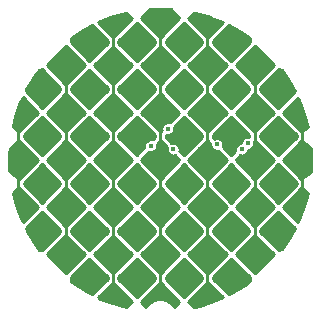
<source format=gbr>
G04 #@! TF.GenerationSoftware,KiCad,Pcbnew,(5.1.6)-1*
G04 #@! TF.CreationDate,2020-08-31T21:17:31+02:00*
G04 #@! TF.ProjectId,Freude_Touchpad,46726575-6465-45f5-946f-756368706164,rev?*
G04 #@! TF.SameCoordinates,Original*
G04 #@! TF.FileFunction,Copper,L4,Bot*
G04 #@! TF.FilePolarity,Positive*
%FSLAX46Y46*%
G04 Gerber Fmt 4.6, Leading zero omitted, Abs format (unit mm)*
G04 Created by KiCad (PCBNEW (5.1.6)-1) date 2020-08-31 21:17:31*
%MOMM*%
%LPD*%
G01*
G04 APERTURE LIST*
G04 #@! TA.AperFunction,ViaPad*
%ADD10C,0.450000*%
G04 #@! TD*
G04 #@! TA.AperFunction,ViaPad*
%ADD11C,0.400000*%
G04 #@! TD*
G04 #@! TA.AperFunction,Conductor*
%ADD12C,0.250000*%
G04 #@! TD*
G04 #@! TA.AperFunction,Conductor*
%ADD13C,0.254000*%
G04 #@! TD*
G04 APERTURE END LIST*
D10*
X95250000Y-90000000D03*
X96750000Y-90000000D03*
X99250000Y-90000000D03*
X100750000Y-90000000D03*
X103250000Y-90000000D03*
X104750000Y-90000000D03*
X108750000Y-94000000D03*
X107250000Y-94000000D03*
X104750000Y-94000000D03*
X103250000Y-94000000D03*
X100750000Y-94000000D03*
D11*
X99250000Y-94000000D03*
D10*
X96750000Y-94000000D03*
X95250000Y-94000000D03*
X92750000Y-94000000D03*
D11*
X91250000Y-94000000D03*
D10*
X91250000Y-98000000D03*
X92750000Y-98000000D03*
X95125000Y-98000000D03*
X96850000Y-98000000D03*
D11*
X99250000Y-98000000D03*
D10*
X100750000Y-98000000D03*
X103250000Y-98000000D03*
X104750000Y-98000000D03*
X107250000Y-98000000D03*
X108750000Y-98000000D03*
X108750000Y-102000000D03*
X107250000Y-102000000D03*
X104750000Y-102000000D03*
X103250000Y-102000000D03*
X100750000Y-102000000D03*
X99250000Y-102000000D03*
X96850000Y-102000000D03*
X95125000Y-102000000D03*
X92750000Y-102000000D03*
X91250000Y-102000000D03*
X104804948Y-98700000D03*
X91250000Y-106000000D03*
X92750000Y-106000000D03*
X95250000Y-106000000D03*
X96750000Y-106000000D03*
X99250000Y-106000000D03*
X100750000Y-106000000D03*
X103250000Y-106000000D03*
X104750000Y-106000000D03*
X107250000Y-106000000D03*
X108750000Y-106000000D03*
X107400000Y-98600000D03*
X104750000Y-110000000D03*
X103250000Y-110000000D03*
X100750000Y-110000000D03*
X99250000Y-110000000D03*
X96750000Y-110000000D03*
X95250000Y-110000000D03*
X106900000Y-99100000D03*
X89400000Y-96000000D03*
X93374996Y-96000000D03*
X97349988Y-96000012D03*
X101400000Y-96000000D03*
X100649397Y-97350603D03*
X103400000Y-99100000D03*
X99200000Y-98800000D03*
X106810466Y-99981708D03*
X110700000Y-100000000D03*
X101100000Y-99100000D03*
D12*
X88000000Y-96925000D02*
X88000000Y-99425000D01*
X88000000Y-102875000D02*
X88000000Y-100850000D01*
X92000000Y-100775000D02*
X92000000Y-103175000D01*
X92000000Y-104775000D02*
X92000000Y-107175000D01*
X92000000Y-92775000D02*
X92000000Y-95175000D01*
X92000000Y-96775000D02*
X92000000Y-99175000D01*
X96000000Y-88775000D02*
X96000000Y-91175000D01*
X96000000Y-92775000D02*
X96000000Y-95175000D01*
X96000000Y-96775000D02*
X96000000Y-99175000D01*
X96000000Y-100775000D02*
X96000000Y-103175000D01*
X96000000Y-104775000D02*
X96000000Y-107175000D01*
X96000000Y-108775000D02*
X96000000Y-111175000D01*
X100000000Y-108775000D02*
X100000000Y-111175000D01*
X100000000Y-104775000D02*
X100000000Y-107175000D01*
X100000000Y-100775000D02*
X100000000Y-103175000D01*
X100000000Y-96775000D02*
X100000000Y-99175000D01*
X100000000Y-92775000D02*
X100000000Y-95175000D01*
X100000000Y-88775000D02*
X100000000Y-91175000D01*
X104000000Y-88775000D02*
X104000000Y-91175000D01*
X104000000Y-92775000D02*
X104000000Y-95175000D01*
X104000000Y-96775000D02*
X104000000Y-99175000D01*
X104000000Y-100775000D02*
X104000000Y-103175000D01*
X104000000Y-104775000D02*
X104000000Y-107175000D01*
X104000000Y-108775000D02*
X104000000Y-111175000D01*
X108000000Y-104775000D02*
X108000000Y-107175000D01*
X108000000Y-100775000D02*
X108000000Y-103175000D01*
X108000000Y-96775000D02*
X108000000Y-99175000D01*
X108000000Y-92775000D02*
X108000000Y-95175000D01*
X112000000Y-96775000D02*
X112000000Y-99175000D01*
X112000000Y-100775000D02*
X112000000Y-103175000D01*
D13*
G36*
X88000440Y-102349776D02*
G01*
X88007667Y-102373601D01*
X88019403Y-102395557D01*
X88035197Y-102414803D01*
X89620394Y-104000000D01*
X88350742Y-105269652D01*
X88267228Y-105096597D01*
X88130107Y-104772493D01*
X87714126Y-103595274D01*
X87522102Y-102774076D01*
X87954908Y-102423710D01*
X87972630Y-102406224D01*
X87986600Y-102385617D01*
X87996282Y-102362680D01*
X87999954Y-102344842D01*
X88000440Y-102349776D01*
G37*
X88000440Y-102349776D02*
X88007667Y-102373601D01*
X88019403Y-102395557D01*
X88035197Y-102414803D01*
X89620394Y-104000000D01*
X88350742Y-105269652D01*
X88267228Y-105096597D01*
X88130107Y-104772493D01*
X87714126Y-103595274D01*
X87522102Y-102774076D01*
X87954908Y-102423710D01*
X87972630Y-102406224D01*
X87986600Y-102385617D01*
X87996282Y-102362680D01*
X87999954Y-102344842D01*
X88000440Y-102349776D01*
G36*
X88000440Y-98349776D02*
G01*
X88007667Y-98373601D01*
X88019403Y-98395557D01*
X88035197Y-98414803D01*
X89620394Y-100000000D01*
X88035197Y-101585197D01*
X88019403Y-101604443D01*
X88007667Y-101626399D01*
X88000440Y-101650224D01*
X88000000Y-101654692D01*
X87999560Y-101650224D01*
X87992333Y-101626399D01*
X87980597Y-101604443D01*
X87964803Y-101585197D01*
X87952746Y-101574578D01*
X87250023Y-101030534D01*
X87225725Y-100828603D01*
X87211944Y-99421816D01*
X87258026Y-98963270D01*
X87952746Y-98425422D01*
X87970843Y-98408325D01*
X87985258Y-98388026D01*
X87995435Y-98365304D01*
X88000002Y-98345329D01*
X88000440Y-98349776D01*
G37*
X88000440Y-98349776D02*
X88007667Y-98373601D01*
X88019403Y-98395557D01*
X88035197Y-98414803D01*
X89620394Y-100000000D01*
X88035197Y-101585197D01*
X88019403Y-101604443D01*
X88007667Y-101626399D01*
X88000440Y-101650224D01*
X88000000Y-101654692D01*
X87999560Y-101650224D01*
X87992333Y-101626399D01*
X87980597Y-101604443D01*
X87964803Y-101585197D01*
X87952746Y-101574578D01*
X87250023Y-101030534D01*
X87225725Y-100828603D01*
X87211944Y-99421816D01*
X87258026Y-98963270D01*
X87952746Y-98425422D01*
X87970843Y-98408325D01*
X87985258Y-98388026D01*
X87995435Y-98365304D01*
X88000002Y-98345329D01*
X88000440Y-98349776D01*
G36*
X88434789Y-94789395D02*
G01*
X89621262Y-95999132D01*
X88035197Y-97585197D01*
X88019403Y-97604443D01*
X88007667Y-97626399D01*
X88000440Y-97650224D01*
X88000000Y-97654692D01*
X87999560Y-97650224D01*
X87992333Y-97626399D01*
X87980597Y-97604443D01*
X87964803Y-97585197D01*
X87954908Y-97576290D01*
X87522353Y-97226126D01*
X87638262Y-96682622D01*
X87659668Y-96605026D01*
X88088689Y-95310718D01*
X88361439Y-94716045D01*
X88434789Y-94789395D01*
G37*
X88434789Y-94789395D02*
X89621262Y-95999132D01*
X88035197Y-97585197D01*
X88019403Y-97604443D01*
X88007667Y-97626399D01*
X88000440Y-97650224D01*
X88000000Y-97654692D01*
X87999560Y-97650224D01*
X87992333Y-97626399D01*
X87980597Y-97604443D01*
X87964803Y-97585197D01*
X87954908Y-97576290D01*
X87522353Y-97226126D01*
X87638262Y-96682622D01*
X87659668Y-96605026D01*
X88088689Y-95310718D01*
X88361439Y-94716045D01*
X88434789Y-94789395D01*
G36*
X112000440Y-102349776D02*
G01*
X112007667Y-102373601D01*
X112019403Y-102395557D01*
X112035197Y-102414803D01*
X112045092Y-102423710D01*
X112485311Y-102780077D01*
X112182249Y-103932110D01*
X111677192Y-105245176D01*
X111650811Y-105296205D01*
X111565211Y-105210605D01*
X110378738Y-104000868D01*
X111964803Y-102414803D01*
X111980597Y-102395557D01*
X111992333Y-102373601D01*
X111999560Y-102349776D01*
X112000000Y-102345308D01*
X112000440Y-102349776D01*
G37*
X112000440Y-102349776D02*
X112007667Y-102373601D01*
X112019403Y-102395557D01*
X112035197Y-102414803D01*
X112045092Y-102423710D01*
X112485311Y-102780077D01*
X112182249Y-103932110D01*
X111677192Y-105245176D01*
X111650811Y-105296205D01*
X111565211Y-105210605D01*
X110378738Y-104000868D01*
X111964803Y-102414803D01*
X111980597Y-102395557D01*
X111992333Y-102373601D01*
X111999560Y-102349776D01*
X112000000Y-102345308D01*
X112000440Y-102349776D01*
G36*
X112000440Y-98349776D02*
G01*
X112007667Y-98373601D01*
X112019403Y-98395557D01*
X112035197Y-98414803D01*
X112047254Y-98425422D01*
X112740026Y-98961762D01*
X112799126Y-99774067D01*
X112752270Y-101028760D01*
X112047254Y-101574578D01*
X112029157Y-101591675D01*
X112014742Y-101611974D01*
X112004565Y-101634696D01*
X111999998Y-101654671D01*
X111999560Y-101650224D01*
X111992333Y-101626399D01*
X111980597Y-101604443D01*
X111964803Y-101585197D01*
X110379606Y-100000000D01*
X111964803Y-98414803D01*
X111980597Y-98395557D01*
X111992333Y-98373601D01*
X111999560Y-98349776D01*
X112000000Y-98345308D01*
X112000440Y-98349776D01*
G37*
X112000440Y-98349776D02*
X112007667Y-98373601D01*
X112019403Y-98395557D01*
X112035197Y-98414803D01*
X112047254Y-98425422D01*
X112740026Y-98961762D01*
X112799126Y-99774067D01*
X112752270Y-101028760D01*
X112047254Y-101574578D01*
X112029157Y-101591675D01*
X112014742Y-101611974D01*
X112004565Y-101634696D01*
X111999998Y-101654671D01*
X111999560Y-101650224D01*
X111992333Y-101626399D01*
X111980597Y-101604443D01*
X111964803Y-101585197D01*
X110379606Y-100000000D01*
X111964803Y-98414803D01*
X111980597Y-98395557D01*
X111992333Y-98373601D01*
X111999560Y-98349776D01*
X112000000Y-98345308D01*
X112000440Y-98349776D01*
G36*
X112035882Y-95640389D02*
G01*
X112441597Y-96987466D01*
X112484621Y-97220481D01*
X112045092Y-97576290D01*
X112027370Y-97593776D01*
X112013400Y-97614383D01*
X112003718Y-97637320D01*
X112000046Y-97655158D01*
X111999560Y-97650224D01*
X111992333Y-97626399D01*
X111980597Y-97604443D01*
X111964803Y-97585197D01*
X110379606Y-96000000D01*
X111648687Y-94730919D01*
X112035882Y-95640389D01*
G37*
X112035882Y-95640389D02*
X112441597Y-96987466D01*
X112484621Y-97220481D01*
X112045092Y-97576290D01*
X112027370Y-97593776D01*
X112013400Y-97614383D01*
X112003718Y-97637320D01*
X112000046Y-97655158D01*
X111999560Y-97650224D01*
X111992333Y-97626399D01*
X111980597Y-97604443D01*
X111964803Y-97585197D01*
X110379606Y-96000000D01*
X111648687Y-94730919D01*
X112035882Y-95640389D01*
G36*
X95548000Y-93927606D02*
G01*
X95548001Y-94072393D01*
X94000000Y-95620394D01*
X92452000Y-94072394D01*
X92452000Y-93927606D01*
X94000000Y-92379606D01*
X95548000Y-93927606D01*
G37*
X95548000Y-93927606D02*
X95548001Y-94072393D01*
X94000000Y-95620394D01*
X92452000Y-94072394D01*
X92452000Y-93927606D01*
X94000000Y-92379606D01*
X95548000Y-93927606D01*
G36*
X91548000Y-97927606D02*
G01*
X91548001Y-98072393D01*
X90000000Y-99620394D01*
X88452000Y-98072394D01*
X88452000Y-97927606D01*
X90000000Y-96379606D01*
X91548000Y-97927606D01*
G37*
X91548000Y-97927606D02*
X91548001Y-98072393D01*
X90000000Y-99620394D01*
X88452000Y-98072394D01*
X88452000Y-97927606D01*
X90000000Y-96379606D01*
X91548000Y-97927606D01*
G36*
X95548000Y-97927606D02*
G01*
X95548001Y-98072393D01*
X94000000Y-99620394D01*
X92452000Y-98072394D01*
X92452000Y-97927606D01*
X94000000Y-96379606D01*
X95548000Y-97927606D01*
G37*
X95548000Y-97927606D02*
X95548001Y-98072393D01*
X94000000Y-99620394D01*
X92452000Y-98072394D01*
X92452000Y-97927606D01*
X94000000Y-96379606D01*
X95548000Y-97927606D01*
G36*
X99548001Y-97927607D02*
G01*
X99548001Y-98072393D01*
X99352812Y-98267582D01*
X99254367Y-98248000D01*
X99145633Y-98248000D01*
X99038988Y-98269213D01*
X98938530Y-98310824D01*
X98848120Y-98371234D01*
X98771234Y-98448120D01*
X98710824Y-98538530D01*
X98669213Y-98638988D01*
X98648000Y-98745633D01*
X98648000Y-98854367D01*
X98667582Y-98952812D01*
X98000000Y-99620394D01*
X96452000Y-98072394D01*
X96452000Y-97927606D01*
X98000000Y-96379606D01*
X99548001Y-97927607D01*
G37*
X99548001Y-97927607D02*
X99548001Y-98072393D01*
X99352812Y-98267582D01*
X99254367Y-98248000D01*
X99145633Y-98248000D01*
X99038988Y-98269213D01*
X98938530Y-98310824D01*
X98848120Y-98371234D01*
X98771234Y-98448120D01*
X98710824Y-98538530D01*
X98669213Y-98638988D01*
X98648000Y-98745633D01*
X98648000Y-98854367D01*
X98667582Y-98952812D01*
X98000000Y-99620394D01*
X96452000Y-98072394D01*
X96452000Y-97927606D01*
X98000000Y-96379606D01*
X99548001Y-97927607D01*
G36*
X99548000Y-93927606D02*
G01*
X99548001Y-94072393D01*
X98000000Y-95620394D01*
X96452000Y-94072394D01*
X96452000Y-93927606D01*
X98000000Y-92379606D01*
X99548000Y-93927606D01*
G37*
X99548000Y-93927606D02*
X99548001Y-94072393D01*
X98000000Y-95620394D01*
X96452000Y-94072394D01*
X96452000Y-93927606D01*
X98000000Y-92379606D01*
X99548000Y-93927606D01*
G36*
X103548000Y-93927606D02*
G01*
X103548001Y-94072393D01*
X102000000Y-95620394D01*
X100452000Y-94072394D01*
X100452000Y-93927606D01*
X102000000Y-92379606D01*
X103548000Y-93927606D01*
G37*
X103548000Y-93927606D02*
X103548001Y-94072393D01*
X102000000Y-95620394D01*
X100452000Y-94072394D01*
X100452000Y-93927606D01*
X102000000Y-92379606D01*
X103548000Y-93927606D01*
G36*
X103548001Y-97927607D02*
G01*
X103548001Y-98072393D01*
X102000000Y-99620394D01*
X101632418Y-99252812D01*
X101652000Y-99154367D01*
X101652000Y-99045633D01*
X101630787Y-98938988D01*
X101589176Y-98838530D01*
X101528766Y-98748120D01*
X101451880Y-98671234D01*
X101361470Y-98610824D01*
X101261012Y-98569213D01*
X101154367Y-98548000D01*
X101045633Y-98548000D01*
X100947188Y-98567582D01*
X100452000Y-98072394D01*
X100452000Y-97927606D01*
X100496585Y-97883021D01*
X100595030Y-97902603D01*
X100703764Y-97902603D01*
X100810409Y-97881390D01*
X100910867Y-97839779D01*
X101001277Y-97779369D01*
X101078163Y-97702483D01*
X101138573Y-97612073D01*
X101180184Y-97511615D01*
X101201397Y-97404970D01*
X101201397Y-97296236D01*
X101181815Y-97197791D01*
X102000000Y-96379606D01*
X103548001Y-97927607D01*
G37*
X103548001Y-97927607D02*
X103548001Y-98072393D01*
X102000000Y-99620394D01*
X101632418Y-99252812D01*
X101652000Y-99154367D01*
X101652000Y-99045633D01*
X101630787Y-98938988D01*
X101589176Y-98838530D01*
X101528766Y-98748120D01*
X101451880Y-98671234D01*
X101361470Y-98610824D01*
X101261012Y-98569213D01*
X101154367Y-98548000D01*
X101045633Y-98548000D01*
X100947188Y-98567582D01*
X100452000Y-98072394D01*
X100452000Y-97927606D01*
X100496585Y-97883021D01*
X100595030Y-97902603D01*
X100703764Y-97902603D01*
X100810409Y-97881390D01*
X100910867Y-97839779D01*
X101001277Y-97779369D01*
X101078163Y-97702483D01*
X101138573Y-97612073D01*
X101180184Y-97511615D01*
X101201397Y-97404970D01*
X101201397Y-97296236D01*
X101181815Y-97197791D01*
X102000000Y-96379606D01*
X103548001Y-97927607D01*
G36*
X107548001Y-97927607D02*
G01*
X107548001Y-98066625D01*
X107454367Y-98048000D01*
X107345633Y-98048000D01*
X107238988Y-98069213D01*
X107138530Y-98110824D01*
X107048120Y-98171234D01*
X106971234Y-98248120D01*
X106910824Y-98338530D01*
X106869213Y-98438988D01*
X106848000Y-98545633D01*
X106848000Y-98548000D01*
X106845633Y-98548000D01*
X106738988Y-98569213D01*
X106638530Y-98610824D01*
X106548120Y-98671234D01*
X106471234Y-98748120D01*
X106410824Y-98838530D01*
X106369213Y-98938988D01*
X106348000Y-99045633D01*
X106348000Y-99154367D01*
X106367582Y-99252812D01*
X106000000Y-99620394D01*
X105307876Y-98928270D01*
X105335735Y-98861012D01*
X105356948Y-98754367D01*
X105356948Y-98645633D01*
X105335735Y-98538988D01*
X105294124Y-98438530D01*
X105233714Y-98348120D01*
X105156828Y-98271234D01*
X105066418Y-98210824D01*
X104965960Y-98169213D01*
X104859315Y-98148000D01*
X104750581Y-98148000D01*
X104643936Y-98169213D01*
X104576678Y-98197072D01*
X104452000Y-98072394D01*
X104452000Y-97927606D01*
X106000000Y-96379606D01*
X107548001Y-97927607D01*
G37*
X107548001Y-97927607D02*
X107548001Y-98066625D01*
X107454367Y-98048000D01*
X107345633Y-98048000D01*
X107238988Y-98069213D01*
X107138530Y-98110824D01*
X107048120Y-98171234D01*
X106971234Y-98248120D01*
X106910824Y-98338530D01*
X106869213Y-98438988D01*
X106848000Y-98545633D01*
X106848000Y-98548000D01*
X106845633Y-98548000D01*
X106738988Y-98569213D01*
X106638530Y-98610824D01*
X106548120Y-98671234D01*
X106471234Y-98748120D01*
X106410824Y-98838530D01*
X106369213Y-98938988D01*
X106348000Y-99045633D01*
X106348000Y-99154367D01*
X106367582Y-99252812D01*
X106000000Y-99620394D01*
X105307876Y-98928270D01*
X105335735Y-98861012D01*
X105356948Y-98754367D01*
X105356948Y-98645633D01*
X105335735Y-98538988D01*
X105294124Y-98438530D01*
X105233714Y-98348120D01*
X105156828Y-98271234D01*
X105066418Y-98210824D01*
X104965960Y-98169213D01*
X104859315Y-98148000D01*
X104750581Y-98148000D01*
X104643936Y-98169213D01*
X104576678Y-98197072D01*
X104452000Y-98072394D01*
X104452000Y-97927606D01*
X106000000Y-96379606D01*
X107548001Y-97927607D01*
G36*
X107548000Y-93927606D02*
G01*
X107548001Y-94072393D01*
X106000000Y-95620394D01*
X104452000Y-94072394D01*
X104452000Y-93927606D01*
X106000000Y-92379606D01*
X107548000Y-93927606D01*
G37*
X107548000Y-93927606D02*
X107548001Y-94072393D01*
X106000000Y-95620394D01*
X104452000Y-94072394D01*
X104452000Y-93927606D01*
X106000000Y-92379606D01*
X107548000Y-93927606D01*
G36*
X111548000Y-97927606D02*
G01*
X111548001Y-98072393D01*
X110000000Y-99620394D01*
X108452000Y-98072394D01*
X108452000Y-97927606D01*
X110000000Y-96379606D01*
X111548000Y-97927606D01*
G37*
X111548000Y-97927606D02*
X111548001Y-98072393D01*
X110000000Y-99620394D01*
X108452000Y-98072394D01*
X108452000Y-97927606D01*
X110000000Y-96379606D01*
X111548000Y-97927606D01*
G36*
X99548000Y-89927606D02*
G01*
X99548001Y-90072393D01*
X98000000Y-91620394D01*
X96452000Y-90072394D01*
X96452000Y-89927606D01*
X98000000Y-88379606D01*
X99548000Y-89927606D01*
G37*
X99548000Y-89927606D02*
X99548001Y-90072393D01*
X98000000Y-91620394D01*
X96452000Y-90072394D01*
X96452000Y-89927606D01*
X98000000Y-88379606D01*
X99548000Y-89927606D01*
G36*
X103548000Y-89927606D02*
G01*
X103548001Y-90072393D01*
X102000000Y-91620394D01*
X100452000Y-90072394D01*
X100452000Y-89927606D01*
X102000000Y-88379606D01*
X103548000Y-89927606D01*
G37*
X103548000Y-89927606D02*
X103548001Y-90072393D01*
X102000000Y-91620394D01*
X100452000Y-90072394D01*
X100452000Y-89927606D01*
X102000000Y-88379606D01*
X103548000Y-89927606D01*
G36*
X91548000Y-101927606D02*
G01*
X91548001Y-102072393D01*
X90000000Y-103620394D01*
X88452000Y-102072394D01*
X88452000Y-101927606D01*
X90000000Y-100379606D01*
X91548000Y-101927606D01*
G37*
X91548000Y-101927606D02*
X91548001Y-102072393D01*
X90000000Y-103620394D01*
X88452000Y-102072394D01*
X88452000Y-101927606D01*
X90000000Y-100379606D01*
X91548000Y-101927606D01*
G36*
X95548000Y-101927606D02*
G01*
X95548001Y-102072393D01*
X94000000Y-103620394D01*
X92452000Y-102072394D01*
X92452000Y-101927606D01*
X94000000Y-100379606D01*
X95548000Y-101927606D01*
G37*
X95548000Y-101927606D02*
X95548001Y-102072393D01*
X94000000Y-103620394D01*
X92452000Y-102072394D01*
X92452000Y-101927606D01*
X94000000Y-100379606D01*
X95548000Y-101927606D01*
G36*
X95548000Y-105927606D02*
G01*
X95548001Y-106072393D01*
X94000000Y-107620394D01*
X92452000Y-106072394D01*
X92452000Y-105927606D01*
X94000000Y-104379606D01*
X95548000Y-105927606D01*
G37*
X95548000Y-105927606D02*
X95548001Y-106072393D01*
X94000000Y-107620394D01*
X92452000Y-106072394D01*
X92452000Y-105927606D01*
X94000000Y-104379606D01*
X95548000Y-105927606D01*
G36*
X99548000Y-105927606D02*
G01*
X99548001Y-106072393D01*
X98000000Y-107620394D01*
X96452000Y-106072394D01*
X96452000Y-105927606D01*
X98000000Y-104379606D01*
X99548000Y-105927606D01*
G37*
X99548000Y-105927606D02*
X99548001Y-106072393D01*
X98000000Y-107620394D01*
X96452000Y-106072394D01*
X96452000Y-105927606D01*
X98000000Y-104379606D01*
X99548000Y-105927606D01*
G36*
X99548000Y-101927606D02*
G01*
X99548001Y-102072393D01*
X98000000Y-103620394D01*
X96452000Y-102072394D01*
X96452000Y-101927606D01*
X98000000Y-100379606D01*
X99548000Y-101927606D01*
G37*
X99548000Y-101927606D02*
X99548001Y-102072393D01*
X98000000Y-103620394D01*
X96452000Y-102072394D01*
X96452000Y-101927606D01*
X98000000Y-100379606D01*
X99548000Y-101927606D01*
G36*
X103548000Y-101927606D02*
G01*
X103548001Y-102072393D01*
X102000000Y-103620394D01*
X100452000Y-102072394D01*
X100452000Y-101927606D01*
X102000000Y-100379606D01*
X103548000Y-101927606D01*
G37*
X103548000Y-101927606D02*
X103548001Y-102072393D01*
X102000000Y-103620394D01*
X100452000Y-102072394D01*
X100452000Y-101927606D01*
X102000000Y-100379606D01*
X103548000Y-101927606D01*
G36*
X103548000Y-105927606D02*
G01*
X103548001Y-106072393D01*
X102000000Y-107620394D01*
X100452000Y-106072394D01*
X100452000Y-105927606D01*
X102000000Y-104379606D01*
X103548000Y-105927606D01*
G37*
X103548000Y-105927606D02*
X103548001Y-106072393D01*
X102000000Y-107620394D01*
X100452000Y-106072394D01*
X100452000Y-105927606D01*
X102000000Y-104379606D01*
X103548000Y-105927606D01*
G36*
X99548000Y-109927606D02*
G01*
X99548001Y-110072393D01*
X98000000Y-111620394D01*
X96452000Y-110072394D01*
X96452000Y-109927606D01*
X98000000Y-108379606D01*
X99548000Y-109927606D01*
G37*
X99548000Y-109927606D02*
X99548001Y-110072393D01*
X98000000Y-111620394D01*
X96452000Y-110072394D01*
X96452000Y-109927606D01*
X98000000Y-108379606D01*
X99548000Y-109927606D01*
G36*
X103548000Y-109927606D02*
G01*
X103548001Y-110072393D01*
X102000000Y-111620394D01*
X100452000Y-110072394D01*
X100452000Y-109927606D01*
X102000000Y-108379606D01*
X103548000Y-109927606D01*
G37*
X103548000Y-109927606D02*
X103548001Y-110072393D01*
X102000000Y-111620394D01*
X100452000Y-110072394D01*
X100452000Y-109927606D01*
X102000000Y-108379606D01*
X103548000Y-109927606D01*
G36*
X107548000Y-105927606D02*
G01*
X107548001Y-106072393D01*
X106000000Y-107620394D01*
X104452000Y-106072394D01*
X104452000Y-105927606D01*
X106000000Y-104379606D01*
X107548000Y-105927606D01*
G37*
X107548000Y-105927606D02*
X107548001Y-106072393D01*
X106000000Y-107620394D01*
X104452000Y-106072394D01*
X104452000Y-105927606D01*
X106000000Y-104379606D01*
X107548000Y-105927606D01*
G36*
X107548000Y-101927606D02*
G01*
X107548001Y-102072393D01*
X106000000Y-103620394D01*
X104452000Y-102072394D01*
X104452000Y-101927606D01*
X106000000Y-100379606D01*
X107548000Y-101927606D01*
G37*
X107548000Y-101927606D02*
X107548001Y-102072393D01*
X106000000Y-103620394D01*
X104452000Y-102072394D01*
X104452000Y-101927606D01*
X106000000Y-100379606D01*
X107548000Y-101927606D01*
G36*
X111548000Y-101927606D02*
G01*
X111548001Y-102072393D01*
X110000000Y-103620394D01*
X108452000Y-102072394D01*
X108452000Y-101927606D01*
X110000000Y-100379606D01*
X111548000Y-101927606D01*
G37*
X111548000Y-101927606D02*
X111548001Y-102072393D01*
X110000000Y-103620394D01*
X108452000Y-102072394D01*
X108452000Y-101927606D01*
X110000000Y-100379606D01*
X111548000Y-101927606D01*
G36*
X92000440Y-106349776D02*
G01*
X92007667Y-106373601D01*
X92019403Y-106395557D01*
X92035197Y-106414803D01*
X93620394Y-108000000D01*
X92010197Y-109610197D01*
X92000000Y-109622623D01*
X91989803Y-109610197D01*
X90379606Y-108000000D01*
X91964803Y-106414803D01*
X91980597Y-106395557D01*
X91992333Y-106373601D01*
X91999560Y-106349776D01*
X92000000Y-106345308D01*
X92000440Y-106349776D01*
G37*
X92000440Y-106349776D02*
X92007667Y-106373601D01*
X92019403Y-106395557D01*
X92035197Y-106414803D01*
X93620394Y-108000000D01*
X92010197Y-109610197D01*
X92000000Y-109622623D01*
X91989803Y-109610197D01*
X90379606Y-108000000D01*
X91964803Y-106414803D01*
X91980597Y-106395557D01*
X91992333Y-106373601D01*
X91999560Y-106349776D01*
X92000000Y-106345308D01*
X92000440Y-106349776D01*
G36*
X92000440Y-102349776D02*
G01*
X92007667Y-102373601D01*
X92019403Y-102395557D01*
X92035197Y-102414803D01*
X93620394Y-104000000D01*
X92035197Y-105585197D01*
X92019403Y-105604443D01*
X92007667Y-105626399D01*
X92000440Y-105650224D01*
X92000000Y-105654692D01*
X91999560Y-105650224D01*
X91992333Y-105626399D01*
X91980597Y-105604443D01*
X91964803Y-105585197D01*
X90379606Y-104000000D01*
X91964803Y-102414803D01*
X91980597Y-102395557D01*
X91992333Y-102373601D01*
X91999560Y-102349776D01*
X92000000Y-102345308D01*
X92000440Y-102349776D01*
G37*
X92000440Y-102349776D02*
X92007667Y-102373601D01*
X92019403Y-102395557D01*
X92035197Y-102414803D01*
X93620394Y-104000000D01*
X92035197Y-105585197D01*
X92019403Y-105604443D01*
X92007667Y-105626399D01*
X92000440Y-105650224D01*
X92000000Y-105654692D01*
X91999560Y-105650224D01*
X91992333Y-105626399D01*
X91980597Y-105604443D01*
X91964803Y-105585197D01*
X90379606Y-104000000D01*
X91964803Y-102414803D01*
X91980597Y-102395557D01*
X91992333Y-102373601D01*
X91999560Y-102349776D01*
X92000000Y-102345308D01*
X92000440Y-102349776D01*
G36*
X92000440Y-98349776D02*
G01*
X92007667Y-98373601D01*
X92019403Y-98395557D01*
X92035197Y-98414803D01*
X93620394Y-100000000D01*
X92035197Y-101585197D01*
X92019403Y-101604443D01*
X92007667Y-101626399D01*
X92000440Y-101650224D01*
X92000000Y-101654692D01*
X91999560Y-101650224D01*
X91992333Y-101626399D01*
X91980597Y-101604443D01*
X91964803Y-101585197D01*
X90379606Y-100000000D01*
X91964803Y-98414803D01*
X91980597Y-98395557D01*
X91992333Y-98373601D01*
X91999560Y-98349776D01*
X92000000Y-98345308D01*
X92000440Y-98349776D01*
G37*
X92000440Y-98349776D02*
X92007667Y-98373601D01*
X92019403Y-98395557D01*
X92035197Y-98414803D01*
X93620394Y-100000000D01*
X92035197Y-101585197D01*
X92019403Y-101604443D01*
X92007667Y-101626399D01*
X92000440Y-101650224D01*
X92000000Y-101654692D01*
X91999560Y-101650224D01*
X91992333Y-101626399D01*
X91980597Y-101604443D01*
X91964803Y-101585197D01*
X90379606Y-100000000D01*
X91964803Y-98414803D01*
X91980597Y-98395557D01*
X91992333Y-98373601D01*
X91999560Y-98349776D01*
X92000000Y-98345308D01*
X92000440Y-98349776D01*
G36*
X92000440Y-94349776D02*
G01*
X92007667Y-94373601D01*
X92019403Y-94395557D01*
X92035197Y-94414803D01*
X93620394Y-96000000D01*
X92035197Y-97585197D01*
X92019403Y-97604443D01*
X92007667Y-97626399D01*
X92000440Y-97650224D01*
X92000000Y-97654692D01*
X91999560Y-97650224D01*
X91992333Y-97626399D01*
X91980597Y-97604443D01*
X91964803Y-97585197D01*
X90379606Y-96000000D01*
X91964803Y-94414803D01*
X91980597Y-94395557D01*
X91992333Y-94373601D01*
X91999560Y-94349776D01*
X92000000Y-94345308D01*
X92000440Y-94349776D01*
G37*
X92000440Y-94349776D02*
X92007667Y-94373601D01*
X92019403Y-94395557D01*
X92035197Y-94414803D01*
X93620394Y-96000000D01*
X92035197Y-97585197D01*
X92019403Y-97604443D01*
X92007667Y-97626399D01*
X92000440Y-97650224D01*
X92000000Y-97654692D01*
X91999560Y-97650224D01*
X91992333Y-97626399D01*
X91980597Y-97604443D01*
X91964803Y-97585197D01*
X90379606Y-96000000D01*
X91964803Y-94414803D01*
X91980597Y-94395557D01*
X91992333Y-94373601D01*
X91999560Y-94349776D01*
X92000000Y-94345308D01*
X92000440Y-94349776D01*
G36*
X92010197Y-90389803D02*
G01*
X93620394Y-92000000D01*
X92035197Y-93585197D01*
X92019403Y-93604443D01*
X92007667Y-93626399D01*
X92000440Y-93650224D01*
X92000000Y-93654692D01*
X91999560Y-93650224D01*
X91992333Y-93626399D01*
X91980597Y-93604443D01*
X91964803Y-93585197D01*
X90379606Y-92000000D01*
X91989803Y-90389803D01*
X92000000Y-90377377D01*
X92010197Y-90389803D01*
G37*
X92010197Y-90389803D02*
X93620394Y-92000000D01*
X92035197Y-93585197D01*
X92019403Y-93604443D01*
X92007667Y-93626399D01*
X92000440Y-93650224D01*
X92000000Y-93654692D01*
X91999560Y-93650224D01*
X91992333Y-93626399D01*
X91980597Y-93604443D01*
X91964803Y-93585197D01*
X90379606Y-92000000D01*
X91989803Y-90389803D01*
X92000000Y-90377377D01*
X92010197Y-90389803D01*
G36*
X108000440Y-106349776D02*
G01*
X108007667Y-106373601D01*
X108019403Y-106395557D01*
X108035197Y-106414803D01*
X109620394Y-108000000D01*
X108010197Y-109610197D01*
X108000000Y-109622623D01*
X107989803Y-109610197D01*
X106379606Y-108000000D01*
X107964803Y-106414803D01*
X107980597Y-106395557D01*
X107992333Y-106373601D01*
X107999560Y-106349776D01*
X108000000Y-106345308D01*
X108000440Y-106349776D01*
G37*
X108000440Y-106349776D02*
X108007667Y-106373601D01*
X108019403Y-106395557D01*
X108035197Y-106414803D01*
X109620394Y-108000000D01*
X108010197Y-109610197D01*
X108000000Y-109622623D01*
X107989803Y-109610197D01*
X106379606Y-108000000D01*
X107964803Y-106414803D01*
X107980597Y-106395557D01*
X107992333Y-106373601D01*
X107999560Y-106349776D01*
X108000000Y-106345308D01*
X108000440Y-106349776D01*
G36*
X108000440Y-102349776D02*
G01*
X108007667Y-102373601D01*
X108019403Y-102395557D01*
X108035197Y-102414803D01*
X109620394Y-104000000D01*
X108035197Y-105585197D01*
X108019403Y-105604443D01*
X108007667Y-105626399D01*
X108000440Y-105650224D01*
X108000000Y-105654692D01*
X107999560Y-105650224D01*
X107992333Y-105626399D01*
X107980597Y-105604443D01*
X107964803Y-105585197D01*
X106379606Y-104000000D01*
X107964803Y-102414803D01*
X107980597Y-102395557D01*
X107992333Y-102373601D01*
X107999560Y-102349776D01*
X108000000Y-102345308D01*
X108000440Y-102349776D01*
G37*
X108000440Y-102349776D02*
X108007667Y-102373601D01*
X108019403Y-102395557D01*
X108035197Y-102414803D01*
X109620394Y-104000000D01*
X108035197Y-105585197D01*
X108019403Y-105604443D01*
X108007667Y-105626399D01*
X108000440Y-105650224D01*
X108000000Y-105654692D01*
X107999560Y-105650224D01*
X107992333Y-105626399D01*
X107980597Y-105604443D01*
X107964803Y-105585197D01*
X106379606Y-104000000D01*
X107964803Y-102414803D01*
X107980597Y-102395557D01*
X107992333Y-102373601D01*
X107999560Y-102349776D01*
X108000000Y-102345308D01*
X108000440Y-102349776D01*
G36*
X108000440Y-98349776D02*
G01*
X108007667Y-98373601D01*
X108019403Y-98395557D01*
X108035197Y-98414803D01*
X109620394Y-100000000D01*
X108035197Y-101585197D01*
X108019403Y-101604443D01*
X108007667Y-101626399D01*
X108000440Y-101650224D01*
X108000000Y-101654692D01*
X107999560Y-101650224D01*
X107992333Y-101626399D01*
X107980597Y-101604443D01*
X107964803Y-101585197D01*
X106379606Y-100000000D01*
X106747188Y-99632418D01*
X106845633Y-99652000D01*
X106954367Y-99652000D01*
X107061012Y-99630787D01*
X107161470Y-99589176D01*
X107251880Y-99528766D01*
X107328766Y-99451880D01*
X107389176Y-99361470D01*
X107430787Y-99261012D01*
X107452000Y-99154367D01*
X107452000Y-99152000D01*
X107454367Y-99152000D01*
X107561012Y-99130787D01*
X107661470Y-99089176D01*
X107751880Y-99028766D01*
X107828766Y-98951880D01*
X107889176Y-98861470D01*
X107930787Y-98761012D01*
X107952000Y-98654367D01*
X107952000Y-98545633D01*
X107932418Y-98447188D01*
X107964803Y-98414803D01*
X107980597Y-98395557D01*
X107992333Y-98373601D01*
X107999560Y-98349776D01*
X108000000Y-98345308D01*
X108000440Y-98349776D01*
G37*
X108000440Y-98349776D02*
X108007667Y-98373601D01*
X108019403Y-98395557D01*
X108035197Y-98414803D01*
X109620394Y-100000000D01*
X108035197Y-101585197D01*
X108019403Y-101604443D01*
X108007667Y-101626399D01*
X108000440Y-101650224D01*
X108000000Y-101654692D01*
X107999560Y-101650224D01*
X107992333Y-101626399D01*
X107980597Y-101604443D01*
X107964803Y-101585197D01*
X106379606Y-100000000D01*
X106747188Y-99632418D01*
X106845633Y-99652000D01*
X106954367Y-99652000D01*
X107061012Y-99630787D01*
X107161470Y-99589176D01*
X107251880Y-99528766D01*
X107328766Y-99451880D01*
X107389176Y-99361470D01*
X107430787Y-99261012D01*
X107452000Y-99154367D01*
X107452000Y-99152000D01*
X107454367Y-99152000D01*
X107561012Y-99130787D01*
X107661470Y-99089176D01*
X107751880Y-99028766D01*
X107828766Y-98951880D01*
X107889176Y-98861470D01*
X107930787Y-98761012D01*
X107952000Y-98654367D01*
X107952000Y-98545633D01*
X107932418Y-98447188D01*
X107964803Y-98414803D01*
X107980597Y-98395557D01*
X107992333Y-98373601D01*
X107999560Y-98349776D01*
X108000000Y-98345308D01*
X108000440Y-98349776D01*
G36*
X108000440Y-94349776D02*
G01*
X108007667Y-94373601D01*
X108019403Y-94395557D01*
X108035197Y-94414803D01*
X109620394Y-96000000D01*
X108035197Y-97585197D01*
X108019403Y-97604443D01*
X108007667Y-97626399D01*
X108000440Y-97650224D01*
X108000000Y-97654692D01*
X107999560Y-97650224D01*
X107992333Y-97626399D01*
X107980597Y-97604443D01*
X107964803Y-97585197D01*
X106379606Y-96000000D01*
X107964803Y-94414803D01*
X107980597Y-94395557D01*
X107992333Y-94373601D01*
X107999560Y-94349776D01*
X108000000Y-94345308D01*
X108000440Y-94349776D01*
G37*
X108000440Y-94349776D02*
X108007667Y-94373601D01*
X108019403Y-94395557D01*
X108035197Y-94414803D01*
X109620394Y-96000000D01*
X108035197Y-97585197D01*
X108019403Y-97604443D01*
X108007667Y-97626399D01*
X108000440Y-97650224D01*
X108000000Y-97654692D01*
X107999560Y-97650224D01*
X107992333Y-97626399D01*
X107980597Y-97604443D01*
X107964803Y-97585197D01*
X106379606Y-96000000D01*
X107964803Y-94414803D01*
X107980597Y-94395557D01*
X107992333Y-94373601D01*
X107999560Y-94349776D01*
X108000000Y-94345308D01*
X108000440Y-94349776D01*
G36*
X108010197Y-90389803D02*
G01*
X109620394Y-92000000D01*
X108035197Y-93585197D01*
X108019403Y-93604443D01*
X108007667Y-93626399D01*
X108000440Y-93650224D01*
X108000000Y-93654692D01*
X107999560Y-93650224D01*
X107992333Y-93626399D01*
X107980597Y-93604443D01*
X107964803Y-93585197D01*
X106379606Y-92000000D01*
X107989803Y-90389803D01*
X108000000Y-90377377D01*
X108010197Y-90389803D01*
G37*
X108010197Y-90389803D02*
X109620394Y-92000000D01*
X108035197Y-93585197D01*
X108019403Y-93604443D01*
X108007667Y-93626399D01*
X108000440Y-93650224D01*
X108000000Y-93654692D01*
X107999560Y-93650224D01*
X107992333Y-93626399D01*
X107980597Y-93604443D01*
X107964803Y-93585197D01*
X106379606Y-92000000D01*
X107989803Y-90389803D01*
X108000000Y-90377377D01*
X108010197Y-90389803D01*
G36*
X104000440Y-110349776D02*
G01*
X104007667Y-110373601D01*
X104019403Y-110395557D01*
X104036010Y-110415608D01*
X105282302Y-111639644D01*
X104735510Y-111893008D01*
X103401841Y-112340832D01*
X102860134Y-112458560D01*
X102381384Y-111998222D01*
X103964803Y-110414803D01*
X103980597Y-110395557D01*
X103992333Y-110373601D01*
X103999560Y-110349776D01*
X104000000Y-110345308D01*
X104000440Y-110349776D01*
G37*
X104000440Y-110349776D02*
X104007667Y-110373601D01*
X104019403Y-110395557D01*
X104036010Y-110415608D01*
X105282302Y-111639644D01*
X104735510Y-111893008D01*
X103401841Y-112340832D01*
X102860134Y-112458560D01*
X102381384Y-111998222D01*
X103964803Y-110414803D01*
X103980597Y-110395557D01*
X103992333Y-110373601D01*
X103999560Y-110349776D01*
X104000000Y-110345308D01*
X104000440Y-110349776D01*
G36*
X104000440Y-106349776D02*
G01*
X104007667Y-106373601D01*
X104019403Y-106395557D01*
X104035197Y-106414803D01*
X105620394Y-108000000D01*
X104035197Y-109585197D01*
X104019403Y-109604443D01*
X104007667Y-109626399D01*
X104000440Y-109650224D01*
X104000000Y-109654692D01*
X103999560Y-109650224D01*
X103992333Y-109626399D01*
X103980597Y-109604443D01*
X103964803Y-109585197D01*
X102379606Y-108000000D01*
X103964803Y-106414803D01*
X103980597Y-106395557D01*
X103992333Y-106373601D01*
X103999560Y-106349776D01*
X104000000Y-106345308D01*
X104000440Y-106349776D01*
G37*
X104000440Y-106349776D02*
X104007667Y-106373601D01*
X104019403Y-106395557D01*
X104035197Y-106414803D01*
X105620394Y-108000000D01*
X104035197Y-109585197D01*
X104019403Y-109604443D01*
X104007667Y-109626399D01*
X104000440Y-109650224D01*
X104000000Y-109654692D01*
X103999560Y-109650224D01*
X103992333Y-109626399D01*
X103980597Y-109604443D01*
X103964803Y-109585197D01*
X102379606Y-108000000D01*
X103964803Y-106414803D01*
X103980597Y-106395557D01*
X103992333Y-106373601D01*
X103999560Y-106349776D01*
X104000000Y-106345308D01*
X104000440Y-106349776D01*
G36*
X104000440Y-102349776D02*
G01*
X104007667Y-102373601D01*
X104019403Y-102395557D01*
X104035197Y-102414803D01*
X105620394Y-104000000D01*
X104035197Y-105585197D01*
X104019403Y-105604443D01*
X104007667Y-105626399D01*
X104000440Y-105650224D01*
X104000000Y-105654692D01*
X103999560Y-105650224D01*
X103992333Y-105626399D01*
X103980597Y-105604443D01*
X103964803Y-105585197D01*
X102379606Y-104000000D01*
X103964803Y-102414803D01*
X103980597Y-102395557D01*
X103992333Y-102373601D01*
X103999560Y-102349776D01*
X104000000Y-102345308D01*
X104000440Y-102349776D01*
G37*
X104000440Y-102349776D02*
X104007667Y-102373601D01*
X104019403Y-102395557D01*
X104035197Y-102414803D01*
X105620394Y-104000000D01*
X104035197Y-105585197D01*
X104019403Y-105604443D01*
X104007667Y-105626399D01*
X104000440Y-105650224D01*
X104000000Y-105654692D01*
X103999560Y-105650224D01*
X103992333Y-105626399D01*
X103980597Y-105604443D01*
X103964803Y-105585197D01*
X102379606Y-104000000D01*
X103964803Y-102414803D01*
X103980597Y-102395557D01*
X103992333Y-102373601D01*
X103999560Y-102349776D01*
X104000000Y-102345308D01*
X104000440Y-102349776D01*
G36*
X104000440Y-98349776D02*
G01*
X104007667Y-98373601D01*
X104019403Y-98395557D01*
X104035197Y-98414803D01*
X104255118Y-98634724D01*
X104252948Y-98645633D01*
X104252948Y-98754367D01*
X104274161Y-98861012D01*
X104315772Y-98961470D01*
X104376182Y-99051880D01*
X104453068Y-99128766D01*
X104543478Y-99189176D01*
X104643936Y-99230787D01*
X104750581Y-99252000D01*
X104859315Y-99252000D01*
X104870224Y-99249830D01*
X105620394Y-100000000D01*
X104035197Y-101585197D01*
X104019403Y-101604443D01*
X104007667Y-101626399D01*
X104000440Y-101650224D01*
X104000000Y-101654692D01*
X103999560Y-101650224D01*
X103992333Y-101626399D01*
X103980597Y-101604443D01*
X103964803Y-101585197D01*
X102379606Y-100000000D01*
X103964803Y-98414803D01*
X103980597Y-98395557D01*
X103992333Y-98373601D01*
X103999560Y-98349776D01*
X104000000Y-98345308D01*
X104000440Y-98349776D01*
G37*
X104000440Y-98349776D02*
X104007667Y-98373601D01*
X104019403Y-98395557D01*
X104035197Y-98414803D01*
X104255118Y-98634724D01*
X104252948Y-98645633D01*
X104252948Y-98754367D01*
X104274161Y-98861012D01*
X104315772Y-98961470D01*
X104376182Y-99051880D01*
X104453068Y-99128766D01*
X104543478Y-99189176D01*
X104643936Y-99230787D01*
X104750581Y-99252000D01*
X104859315Y-99252000D01*
X104870224Y-99249830D01*
X105620394Y-100000000D01*
X104035197Y-101585197D01*
X104019403Y-101604443D01*
X104007667Y-101626399D01*
X104000440Y-101650224D01*
X104000000Y-101654692D01*
X103999560Y-101650224D01*
X103992333Y-101626399D01*
X103980597Y-101604443D01*
X103964803Y-101585197D01*
X102379606Y-100000000D01*
X103964803Y-98414803D01*
X103980597Y-98395557D01*
X103992333Y-98373601D01*
X103999560Y-98349776D01*
X104000000Y-98345308D01*
X104000440Y-98349776D01*
G36*
X104000440Y-94349776D02*
G01*
X104007667Y-94373601D01*
X104019403Y-94395557D01*
X104035197Y-94414803D01*
X105620394Y-96000000D01*
X104035197Y-97585197D01*
X104019403Y-97604443D01*
X104007667Y-97626399D01*
X104000440Y-97650224D01*
X104000000Y-97654692D01*
X103999560Y-97650224D01*
X103992333Y-97626399D01*
X103980597Y-97604443D01*
X103964803Y-97585197D01*
X102379606Y-96000000D01*
X103964803Y-94414803D01*
X103980597Y-94395557D01*
X103992333Y-94373601D01*
X103999560Y-94349776D01*
X104000000Y-94345308D01*
X104000440Y-94349776D01*
G37*
X104000440Y-94349776D02*
X104007667Y-94373601D01*
X104019403Y-94395557D01*
X104035197Y-94414803D01*
X105620394Y-96000000D01*
X104035197Y-97585197D01*
X104019403Y-97604443D01*
X104007667Y-97626399D01*
X104000440Y-97650224D01*
X104000000Y-97654692D01*
X103999560Y-97650224D01*
X103992333Y-97626399D01*
X103980597Y-97604443D01*
X103964803Y-97585197D01*
X102379606Y-96000000D01*
X103964803Y-94414803D01*
X103980597Y-94395557D01*
X103992333Y-94373601D01*
X103999560Y-94349776D01*
X104000000Y-94345308D01*
X104000440Y-94349776D01*
G36*
X104000440Y-90349776D02*
G01*
X104007667Y-90373601D01*
X104019403Y-90395557D01*
X104035197Y-90414803D01*
X105620394Y-92000000D01*
X104035197Y-93585197D01*
X104019403Y-93604443D01*
X104007667Y-93626399D01*
X104000440Y-93650224D01*
X104000000Y-93654692D01*
X103999560Y-93650224D01*
X103992333Y-93626399D01*
X103980597Y-93604443D01*
X103964803Y-93585197D01*
X102379606Y-92000000D01*
X103964803Y-90414803D01*
X103980597Y-90395557D01*
X103992333Y-90373601D01*
X103999560Y-90349776D01*
X104000000Y-90345308D01*
X104000440Y-90349776D01*
G37*
X104000440Y-90349776D02*
X104007667Y-90373601D01*
X104019403Y-90395557D01*
X104035197Y-90414803D01*
X105620394Y-92000000D01*
X104035197Y-93585197D01*
X104019403Y-93604443D01*
X104007667Y-93626399D01*
X104000440Y-93650224D01*
X104000000Y-93654692D01*
X103999560Y-93650224D01*
X103992333Y-93626399D01*
X103980597Y-93604443D01*
X103964803Y-93585197D01*
X102379606Y-92000000D01*
X103964803Y-90414803D01*
X103980597Y-90395557D01*
X103992333Y-90373601D01*
X103999560Y-90349776D01*
X104000000Y-90345308D01*
X104000440Y-90349776D01*
G36*
X102964178Y-87546794D02*
G01*
X104276688Y-87936542D01*
X104337154Y-87957520D01*
X105285709Y-88357010D01*
X104036010Y-89584392D01*
X104020043Y-89603494D01*
X104008110Y-89625344D01*
X104000669Y-89649102D01*
X104000045Y-89655153D01*
X103999560Y-89650224D01*
X103992333Y-89626399D01*
X103980597Y-89604443D01*
X103964803Y-89585197D01*
X102381384Y-88001778D01*
X102871901Y-87530126D01*
X102964178Y-87546794D01*
G37*
X102964178Y-87546794D02*
X104276688Y-87936542D01*
X104337154Y-87957520D01*
X105285709Y-88357010D01*
X104036010Y-89584392D01*
X104020043Y-89603494D01*
X104008110Y-89625344D01*
X104000669Y-89649102D01*
X104000045Y-89655153D01*
X103999560Y-89650224D01*
X103992333Y-89626399D01*
X103980597Y-89604443D01*
X103964803Y-89585197D01*
X102381384Y-88001778D01*
X102871901Y-87530126D01*
X102964178Y-87546794D01*
G36*
X96000440Y-110349776D02*
G01*
X96007667Y-110373601D01*
X96019403Y-110395557D01*
X96035197Y-110414803D01*
X97618616Y-111998222D01*
X97139234Y-112459167D01*
X96259730Y-112242510D01*
X94938890Y-111758140D01*
X94711946Y-111645293D01*
X95963990Y-110415608D01*
X95979957Y-110396506D01*
X95991890Y-110374656D01*
X95999331Y-110350898D01*
X95999955Y-110344847D01*
X96000440Y-110349776D01*
G37*
X96000440Y-110349776D02*
X96007667Y-110373601D01*
X96019403Y-110395557D01*
X96035197Y-110414803D01*
X97618616Y-111998222D01*
X97139234Y-112459167D01*
X96259730Y-112242510D01*
X94938890Y-111758140D01*
X94711946Y-111645293D01*
X95963990Y-110415608D01*
X95979957Y-110396506D01*
X95991890Y-110374656D01*
X95999331Y-110350898D01*
X95999955Y-110344847D01*
X96000440Y-110349776D01*
G36*
X96000440Y-106349776D02*
G01*
X96007667Y-106373601D01*
X96019403Y-106395557D01*
X96035197Y-106414803D01*
X97620394Y-108000000D01*
X96035197Y-109585197D01*
X96019403Y-109604443D01*
X96007667Y-109626399D01*
X96000440Y-109650224D01*
X96000000Y-109654692D01*
X95999560Y-109650224D01*
X95992333Y-109626399D01*
X95980597Y-109604443D01*
X95964803Y-109585197D01*
X94379606Y-108000000D01*
X95964803Y-106414803D01*
X95980597Y-106395557D01*
X95992333Y-106373601D01*
X95999560Y-106349776D01*
X96000000Y-106345308D01*
X96000440Y-106349776D01*
G37*
X96000440Y-106349776D02*
X96007667Y-106373601D01*
X96019403Y-106395557D01*
X96035197Y-106414803D01*
X97620394Y-108000000D01*
X96035197Y-109585197D01*
X96019403Y-109604443D01*
X96007667Y-109626399D01*
X96000440Y-109650224D01*
X96000000Y-109654692D01*
X95999560Y-109650224D01*
X95992333Y-109626399D01*
X95980597Y-109604443D01*
X95964803Y-109585197D01*
X94379606Y-108000000D01*
X95964803Y-106414803D01*
X95980597Y-106395557D01*
X95992333Y-106373601D01*
X95999560Y-106349776D01*
X96000000Y-106345308D01*
X96000440Y-106349776D01*
G36*
X96000440Y-102349776D02*
G01*
X96007667Y-102373601D01*
X96019403Y-102395557D01*
X96035197Y-102414803D01*
X97620394Y-104000000D01*
X96035197Y-105585197D01*
X96019403Y-105604443D01*
X96007667Y-105626399D01*
X96000440Y-105650224D01*
X96000000Y-105654692D01*
X95999560Y-105650224D01*
X95992333Y-105626399D01*
X95980597Y-105604443D01*
X95964803Y-105585197D01*
X94379606Y-104000000D01*
X95964803Y-102414803D01*
X95980597Y-102395557D01*
X95992333Y-102373601D01*
X95999560Y-102349776D01*
X96000000Y-102345308D01*
X96000440Y-102349776D01*
G37*
X96000440Y-102349776D02*
X96007667Y-102373601D01*
X96019403Y-102395557D01*
X96035197Y-102414803D01*
X97620394Y-104000000D01*
X96035197Y-105585197D01*
X96019403Y-105604443D01*
X96007667Y-105626399D01*
X96000440Y-105650224D01*
X96000000Y-105654692D01*
X95999560Y-105650224D01*
X95992333Y-105626399D01*
X95980597Y-105604443D01*
X95964803Y-105585197D01*
X94379606Y-104000000D01*
X95964803Y-102414803D01*
X95980597Y-102395557D01*
X95992333Y-102373601D01*
X95999560Y-102349776D01*
X96000000Y-102345308D01*
X96000440Y-102349776D01*
G36*
X96000440Y-98349776D02*
G01*
X96007667Y-98373601D01*
X96019403Y-98395557D01*
X96035197Y-98414803D01*
X97620394Y-100000000D01*
X96035197Y-101585197D01*
X96019403Y-101604443D01*
X96007667Y-101626399D01*
X96000440Y-101650224D01*
X96000000Y-101654692D01*
X95999560Y-101650224D01*
X95992333Y-101626399D01*
X95980597Y-101604443D01*
X95964803Y-101585197D01*
X94379606Y-100000000D01*
X95964803Y-98414803D01*
X95980597Y-98395557D01*
X95992333Y-98373601D01*
X95999560Y-98349776D01*
X96000000Y-98345308D01*
X96000440Y-98349776D01*
G37*
X96000440Y-98349776D02*
X96007667Y-98373601D01*
X96019403Y-98395557D01*
X96035197Y-98414803D01*
X97620394Y-100000000D01*
X96035197Y-101585197D01*
X96019403Y-101604443D01*
X96007667Y-101626399D01*
X96000440Y-101650224D01*
X96000000Y-101654692D01*
X95999560Y-101650224D01*
X95992333Y-101626399D01*
X95980597Y-101604443D01*
X95964803Y-101585197D01*
X94379606Y-100000000D01*
X95964803Y-98414803D01*
X95980597Y-98395557D01*
X95992333Y-98373601D01*
X95999560Y-98349776D01*
X96000000Y-98345308D01*
X96000440Y-98349776D01*
G36*
X96000440Y-94349776D02*
G01*
X96007667Y-94373601D01*
X96019403Y-94395557D01*
X96035197Y-94414803D01*
X97620394Y-96000000D01*
X96035197Y-97585197D01*
X96019403Y-97604443D01*
X96007667Y-97626399D01*
X96000440Y-97650224D01*
X96000000Y-97654692D01*
X95999560Y-97650224D01*
X95992333Y-97626399D01*
X95980597Y-97604443D01*
X95964803Y-97585197D01*
X94379606Y-96000000D01*
X95964803Y-94414803D01*
X95980597Y-94395557D01*
X95992333Y-94373601D01*
X95999560Y-94349776D01*
X96000000Y-94345308D01*
X96000440Y-94349776D01*
G37*
X96000440Y-94349776D02*
X96007667Y-94373601D01*
X96019403Y-94395557D01*
X96035197Y-94414803D01*
X97620394Y-96000000D01*
X96035197Y-97585197D01*
X96019403Y-97604443D01*
X96007667Y-97626399D01*
X96000440Y-97650224D01*
X96000000Y-97654692D01*
X95999560Y-97650224D01*
X95992333Y-97626399D01*
X95980597Y-97604443D01*
X95964803Y-97585197D01*
X94379606Y-96000000D01*
X95964803Y-94414803D01*
X95980597Y-94395557D01*
X95992333Y-94373601D01*
X95999560Y-94349776D01*
X96000000Y-94345308D01*
X96000440Y-94349776D01*
G36*
X96000440Y-90349776D02*
G01*
X96007667Y-90373601D01*
X96019403Y-90395557D01*
X96035197Y-90414803D01*
X97620394Y-92000000D01*
X96035197Y-93585197D01*
X96019403Y-93604443D01*
X96007667Y-93626399D01*
X96000440Y-93650224D01*
X96000000Y-93654692D01*
X95999560Y-93650224D01*
X95992333Y-93626399D01*
X95980597Y-93604443D01*
X95964803Y-93585197D01*
X94379606Y-92000000D01*
X95964803Y-90414803D01*
X95980597Y-90395557D01*
X95992333Y-90373601D01*
X95999560Y-90349776D01*
X96000000Y-90345308D01*
X96000440Y-90349776D01*
G37*
X96000440Y-90349776D02*
X96007667Y-90373601D01*
X96019403Y-90395557D01*
X96035197Y-90414803D01*
X97620394Y-92000000D01*
X96035197Y-93585197D01*
X96019403Y-93604443D01*
X96007667Y-93626399D01*
X96000440Y-93650224D01*
X96000000Y-93654692D01*
X95999560Y-93650224D01*
X95992333Y-93626399D01*
X95980597Y-93604443D01*
X95964803Y-93585197D01*
X94379606Y-92000000D01*
X95964803Y-90414803D01*
X95980597Y-90395557D01*
X95992333Y-90373601D01*
X95999560Y-90349776D01*
X96000000Y-90345308D01*
X96000440Y-90349776D01*
G36*
X97618616Y-88001778D02*
G01*
X96035197Y-89585197D01*
X96019403Y-89604443D01*
X96007667Y-89626399D01*
X96000440Y-89650224D01*
X96000000Y-89654692D01*
X95999560Y-89650224D01*
X95992333Y-89626399D01*
X95980597Y-89604443D01*
X95963990Y-89584392D01*
X94703495Y-88346407D01*
X94709507Y-88343269D01*
X96013834Y-87835749D01*
X96024176Y-87832161D01*
X97133828Y-87535634D01*
X97618616Y-88001778D01*
G37*
X97618616Y-88001778D02*
X96035197Y-89585197D01*
X96019403Y-89604443D01*
X96007667Y-89626399D01*
X96000440Y-89650224D01*
X96000000Y-89654692D01*
X95999560Y-89650224D01*
X95992333Y-89626399D01*
X95980597Y-89604443D01*
X95963990Y-89584392D01*
X94703495Y-88346407D01*
X94709507Y-88343269D01*
X96013834Y-87835749D01*
X96024176Y-87832161D01*
X97133828Y-87535634D01*
X97618616Y-88001778D01*
G36*
X91548000Y-93927606D02*
G01*
X91548001Y-94072393D01*
X90000710Y-95619684D01*
X88599740Y-94196478D01*
X88675200Y-94031954D01*
X89398485Y-92825283D01*
X89721303Y-92400583D01*
X89961042Y-92340648D01*
X91548000Y-93927606D01*
G37*
X91548000Y-93927606D02*
X91548001Y-94072393D01*
X90000710Y-95619684D01*
X88599740Y-94196478D01*
X88675200Y-94031954D01*
X89398485Y-92825283D01*
X89721303Y-92400583D01*
X89961042Y-92340648D01*
X91548000Y-93927606D01*
G36*
X107573000Y-109952606D02*
G01*
X107573000Y-110299893D01*
X107215845Y-110573564D01*
X106011990Y-111301533D01*
X105801989Y-111398840D01*
X104452000Y-110071351D01*
X104452000Y-109927606D01*
X106000000Y-108379606D01*
X107573000Y-109952606D01*
G37*
X107573000Y-109952606D02*
X107573000Y-110299893D01*
X107215845Y-110573564D01*
X106011990Y-111301533D01*
X105801989Y-111398840D01*
X104452000Y-110071351D01*
X104452000Y-109927606D01*
X106000000Y-108379606D01*
X107573000Y-109952606D01*
G36*
X111392569Y-105795709D02*
G01*
X111031100Y-106494884D01*
X110299660Y-107594177D01*
X110038958Y-107659352D01*
X108452000Y-106072394D01*
X108452000Y-105927606D01*
X109999290Y-104380316D01*
X111392569Y-105795709D01*
G37*
X111392569Y-105795709D02*
X111031100Y-106494884D01*
X110299660Y-107594177D01*
X110038958Y-107659352D01*
X108452000Y-106072394D01*
X108452000Y-105927606D01*
X109999290Y-104380316D01*
X111392569Y-105795709D01*
G36*
X110278946Y-92400645D02*
G01*
X110795004Y-93119841D01*
X111400539Y-94196194D01*
X109999290Y-95619684D01*
X108452000Y-94072394D01*
X108452000Y-93927606D01*
X110038958Y-92340648D01*
X110278946Y-92400645D01*
G37*
X110278946Y-92400645D02*
X110795004Y-93119841D01*
X111400539Y-94196194D01*
X109999290Y-95619684D01*
X108452000Y-94072394D01*
X108452000Y-93927606D01*
X110038958Y-92340648D01*
X110278946Y-92400645D01*
G36*
X106838178Y-89178354D02*
G01*
X107573000Y-89701313D01*
X107573000Y-90047394D01*
X106000000Y-91620394D01*
X104452000Y-90072394D01*
X104452000Y-89928649D01*
X105802286Y-88600868D01*
X106838178Y-89178354D01*
G37*
X106838178Y-89178354D02*
X107573000Y-89701313D01*
X107573000Y-90047394D01*
X106000000Y-91620394D01*
X104452000Y-90072394D01*
X104452000Y-89928649D01*
X105802286Y-88600868D01*
X106838178Y-89178354D01*
G36*
X95548000Y-89928649D02*
G01*
X95548001Y-90072393D01*
X94000000Y-91620394D01*
X92427000Y-90047394D01*
X92427000Y-89688900D01*
X93462314Y-88994214D01*
X94204039Y-88607087D01*
X95548000Y-89928649D01*
G37*
X95548000Y-89928649D02*
X95548001Y-90072393D01*
X94000000Y-91620394D01*
X92427000Y-90047394D01*
X92427000Y-89688900D01*
X93462314Y-88994214D01*
X94204039Y-88607087D01*
X95548000Y-89928649D01*
G36*
X95548000Y-109927606D02*
G01*
X95548001Y-110071351D01*
X94204157Y-111392796D01*
X93679179Y-111131752D01*
X92495821Y-110370920D01*
X92427000Y-110315113D01*
X92427000Y-109952606D01*
X94000000Y-108379606D01*
X95548000Y-109927606D01*
G37*
X95548000Y-109927606D02*
X95548001Y-110071351D01*
X94204157Y-111392796D01*
X93679179Y-111131752D01*
X92495821Y-110370920D01*
X92427000Y-110315113D01*
X92427000Y-109952606D01*
X94000000Y-108379606D01*
X95548000Y-109927606D01*
G36*
X91548000Y-105927606D02*
G01*
X91548001Y-106072393D01*
X89961042Y-107659352D01*
X89712108Y-107597119D01*
X89541085Y-107381042D01*
X88794291Y-106188761D01*
X88605538Y-105797633D01*
X90000710Y-104380316D01*
X91548000Y-105927606D01*
G37*
X91548000Y-105927606D02*
X91548001Y-106072393D01*
X89961042Y-107659352D01*
X89712108Y-107597119D01*
X89541085Y-107381042D01*
X88794291Y-106188761D01*
X88605538Y-105797633D01*
X90000710Y-104380316D01*
X91548000Y-105927606D01*
G36*
X100000440Y-110349776D02*
G01*
X100007667Y-110373601D01*
X100019403Y-110395557D01*
X100035197Y-110414803D01*
X101620394Y-112000000D01*
X101185745Y-112434649D01*
X101173589Y-112414902D01*
X101170162Y-112410456D01*
X101170161Y-112410454D01*
X101170158Y-112410451D01*
X101048642Y-112255008D01*
X101023522Y-112228645D01*
X100998745Y-112201902D01*
X100994520Y-112198206D01*
X100845120Y-112069322D01*
X100815310Y-112048306D01*
X100785858Y-112026920D01*
X100781002Y-112024118D01*
X100780997Y-112024115D01*
X100780992Y-112024113D01*
X100609407Y-111926704D01*
X100576147Y-111911907D01*
X100543041Y-111896621D01*
X100537726Y-111894814D01*
X100350485Y-111832586D01*
X100314984Y-111824531D01*
X100279537Y-111815966D01*
X100273973Y-111815226D01*
X100078211Y-111790552D01*
X100041783Y-111789545D01*
X100005386Y-111788029D01*
X99999784Y-111788383D01*
X99802957Y-111802203D01*
X99766994Y-111808296D01*
X99731029Y-111813874D01*
X99725614Y-111815307D01*
X99725603Y-111815309D01*
X99725594Y-111815313D01*
X99535210Y-111867096D01*
X99501139Y-111880050D01*
X99466918Y-111892516D01*
X99461880Y-111894976D01*
X99461875Y-111894978D01*
X99461871Y-111894980D01*
X99285166Y-111982760D01*
X99254241Y-112002096D01*
X99223115Y-112020959D01*
X99218647Y-112024353D01*
X99218643Y-112024355D01*
X99218640Y-112024358D01*
X99062352Y-112144786D01*
X99035795Y-112169738D01*
X99008899Y-112194312D01*
X99005173Y-112198511D01*
X98875249Y-112347008D01*
X98854048Y-112376640D01*
X98832436Y-112405970D01*
X98829597Y-112410812D01*
X98815262Y-112435656D01*
X98379606Y-112000000D01*
X99964803Y-110414803D01*
X99980597Y-110395557D01*
X99992333Y-110373601D01*
X99999560Y-110349776D01*
X100000000Y-110345308D01*
X100000440Y-110349776D01*
G37*
X100000440Y-110349776D02*
X100007667Y-110373601D01*
X100019403Y-110395557D01*
X100035197Y-110414803D01*
X101620394Y-112000000D01*
X101185745Y-112434649D01*
X101173589Y-112414902D01*
X101170162Y-112410456D01*
X101170161Y-112410454D01*
X101170158Y-112410451D01*
X101048642Y-112255008D01*
X101023522Y-112228645D01*
X100998745Y-112201902D01*
X100994520Y-112198206D01*
X100845120Y-112069322D01*
X100815310Y-112048306D01*
X100785858Y-112026920D01*
X100781002Y-112024118D01*
X100780997Y-112024115D01*
X100780992Y-112024113D01*
X100609407Y-111926704D01*
X100576147Y-111911907D01*
X100543041Y-111896621D01*
X100537726Y-111894814D01*
X100350485Y-111832586D01*
X100314984Y-111824531D01*
X100279537Y-111815966D01*
X100273973Y-111815226D01*
X100078211Y-111790552D01*
X100041783Y-111789545D01*
X100005386Y-111788029D01*
X99999784Y-111788383D01*
X99802957Y-111802203D01*
X99766994Y-111808296D01*
X99731029Y-111813874D01*
X99725614Y-111815307D01*
X99725603Y-111815309D01*
X99725594Y-111815313D01*
X99535210Y-111867096D01*
X99501139Y-111880050D01*
X99466918Y-111892516D01*
X99461880Y-111894976D01*
X99461875Y-111894978D01*
X99461871Y-111894980D01*
X99285166Y-111982760D01*
X99254241Y-112002096D01*
X99223115Y-112020959D01*
X99218647Y-112024353D01*
X99218643Y-112024355D01*
X99218640Y-112024358D01*
X99062352Y-112144786D01*
X99035795Y-112169738D01*
X99008899Y-112194312D01*
X99005173Y-112198511D01*
X98875249Y-112347008D01*
X98854048Y-112376640D01*
X98832436Y-112405970D01*
X98829597Y-112410812D01*
X98815262Y-112435656D01*
X98379606Y-112000000D01*
X99964803Y-110414803D01*
X99980597Y-110395557D01*
X99992333Y-110373601D01*
X99999560Y-110349776D01*
X100000000Y-110345308D01*
X100000440Y-110349776D01*
G36*
X100000440Y-106349776D02*
G01*
X100007667Y-106373601D01*
X100019403Y-106395557D01*
X100035197Y-106414803D01*
X101620394Y-108000000D01*
X100035197Y-109585197D01*
X100019403Y-109604443D01*
X100007667Y-109626399D01*
X100000440Y-109650224D01*
X100000000Y-109654692D01*
X99999560Y-109650224D01*
X99992333Y-109626399D01*
X99980597Y-109604443D01*
X99964803Y-109585197D01*
X98379606Y-108000000D01*
X99964803Y-106414803D01*
X99980597Y-106395557D01*
X99992333Y-106373601D01*
X99999560Y-106349776D01*
X100000000Y-106345308D01*
X100000440Y-106349776D01*
G37*
X100000440Y-106349776D02*
X100007667Y-106373601D01*
X100019403Y-106395557D01*
X100035197Y-106414803D01*
X101620394Y-108000000D01*
X100035197Y-109585197D01*
X100019403Y-109604443D01*
X100007667Y-109626399D01*
X100000440Y-109650224D01*
X100000000Y-109654692D01*
X99999560Y-109650224D01*
X99992333Y-109626399D01*
X99980597Y-109604443D01*
X99964803Y-109585197D01*
X98379606Y-108000000D01*
X99964803Y-106414803D01*
X99980597Y-106395557D01*
X99992333Y-106373601D01*
X99999560Y-106349776D01*
X100000000Y-106345308D01*
X100000440Y-106349776D01*
G36*
X100000440Y-102349776D02*
G01*
X100007667Y-102373601D01*
X100019403Y-102395557D01*
X100035197Y-102414803D01*
X101620394Y-104000000D01*
X100035197Y-105585197D01*
X100019403Y-105604443D01*
X100007667Y-105626399D01*
X100000440Y-105650224D01*
X100000000Y-105654692D01*
X99999560Y-105650224D01*
X99992333Y-105626399D01*
X99980597Y-105604443D01*
X99964803Y-105585197D01*
X98379606Y-104000000D01*
X99964803Y-102414803D01*
X99980597Y-102395557D01*
X99992333Y-102373601D01*
X99999560Y-102349776D01*
X100000000Y-102345308D01*
X100000440Y-102349776D01*
G37*
X100000440Y-102349776D02*
X100007667Y-102373601D01*
X100019403Y-102395557D01*
X100035197Y-102414803D01*
X101620394Y-104000000D01*
X100035197Y-105585197D01*
X100019403Y-105604443D01*
X100007667Y-105626399D01*
X100000440Y-105650224D01*
X100000000Y-105654692D01*
X99999560Y-105650224D01*
X99992333Y-105626399D01*
X99980597Y-105604443D01*
X99964803Y-105585197D01*
X98379606Y-104000000D01*
X99964803Y-102414803D01*
X99980597Y-102395557D01*
X99992333Y-102373601D01*
X99999560Y-102349776D01*
X100000000Y-102345308D01*
X100000440Y-102349776D01*
G36*
X100000440Y-98349776D02*
G01*
X100007667Y-98373601D01*
X100019403Y-98395557D01*
X100035197Y-98414803D01*
X100567582Y-98947188D01*
X100548000Y-99045633D01*
X100548000Y-99154367D01*
X100569213Y-99261012D01*
X100610824Y-99361470D01*
X100671234Y-99451880D01*
X100748120Y-99528766D01*
X100838530Y-99589176D01*
X100938988Y-99630787D01*
X101045633Y-99652000D01*
X101154367Y-99652000D01*
X101252812Y-99632418D01*
X101620394Y-100000000D01*
X100035197Y-101585197D01*
X100019403Y-101604443D01*
X100007667Y-101626399D01*
X100000440Y-101650224D01*
X100000000Y-101654692D01*
X99999560Y-101650224D01*
X99992333Y-101626399D01*
X99980597Y-101604443D01*
X99964803Y-101585197D01*
X98379606Y-100000000D01*
X99047188Y-99332418D01*
X99145633Y-99352000D01*
X99254367Y-99352000D01*
X99361012Y-99330787D01*
X99461470Y-99289176D01*
X99551880Y-99228766D01*
X99628766Y-99151880D01*
X99689176Y-99061470D01*
X99730787Y-98961012D01*
X99752000Y-98854367D01*
X99752000Y-98745633D01*
X99732418Y-98647188D01*
X99964803Y-98414803D01*
X99980597Y-98395557D01*
X99992333Y-98373601D01*
X99999560Y-98349776D01*
X100000000Y-98345308D01*
X100000440Y-98349776D01*
G37*
X100000440Y-98349776D02*
X100007667Y-98373601D01*
X100019403Y-98395557D01*
X100035197Y-98414803D01*
X100567582Y-98947188D01*
X100548000Y-99045633D01*
X100548000Y-99154367D01*
X100569213Y-99261012D01*
X100610824Y-99361470D01*
X100671234Y-99451880D01*
X100748120Y-99528766D01*
X100838530Y-99589176D01*
X100938988Y-99630787D01*
X101045633Y-99652000D01*
X101154367Y-99652000D01*
X101252812Y-99632418D01*
X101620394Y-100000000D01*
X100035197Y-101585197D01*
X100019403Y-101604443D01*
X100007667Y-101626399D01*
X100000440Y-101650224D01*
X100000000Y-101654692D01*
X99999560Y-101650224D01*
X99992333Y-101626399D01*
X99980597Y-101604443D01*
X99964803Y-101585197D01*
X98379606Y-100000000D01*
X99047188Y-99332418D01*
X99145633Y-99352000D01*
X99254367Y-99352000D01*
X99361012Y-99330787D01*
X99461470Y-99289176D01*
X99551880Y-99228766D01*
X99628766Y-99151880D01*
X99689176Y-99061470D01*
X99730787Y-98961012D01*
X99752000Y-98854367D01*
X99752000Y-98745633D01*
X99732418Y-98647188D01*
X99964803Y-98414803D01*
X99980597Y-98395557D01*
X99992333Y-98373601D01*
X99999560Y-98349776D01*
X100000000Y-98345308D01*
X100000440Y-98349776D01*
G36*
X100000440Y-94349776D02*
G01*
X100007667Y-94373601D01*
X100019403Y-94395557D01*
X100035197Y-94414803D01*
X101620394Y-96000000D01*
X100802209Y-96818185D01*
X100703764Y-96798603D01*
X100595030Y-96798603D01*
X100488385Y-96819816D01*
X100387927Y-96861427D01*
X100297517Y-96921837D01*
X100220631Y-96998723D01*
X100160221Y-97089133D01*
X100118610Y-97189591D01*
X100097397Y-97296236D01*
X100097397Y-97404970D01*
X100116979Y-97503415D01*
X100035197Y-97585197D01*
X100019403Y-97604443D01*
X100007667Y-97626399D01*
X100000440Y-97650224D01*
X100000000Y-97654692D01*
X99999560Y-97650224D01*
X99992333Y-97626399D01*
X99980597Y-97604443D01*
X99964803Y-97585197D01*
X98379606Y-96000000D01*
X99964803Y-94414803D01*
X99980597Y-94395557D01*
X99992333Y-94373601D01*
X99999560Y-94349776D01*
X100000000Y-94345308D01*
X100000440Y-94349776D01*
G37*
X100000440Y-94349776D02*
X100007667Y-94373601D01*
X100019403Y-94395557D01*
X100035197Y-94414803D01*
X101620394Y-96000000D01*
X100802209Y-96818185D01*
X100703764Y-96798603D01*
X100595030Y-96798603D01*
X100488385Y-96819816D01*
X100387927Y-96861427D01*
X100297517Y-96921837D01*
X100220631Y-96998723D01*
X100160221Y-97089133D01*
X100118610Y-97189591D01*
X100097397Y-97296236D01*
X100097397Y-97404970D01*
X100116979Y-97503415D01*
X100035197Y-97585197D01*
X100019403Y-97604443D01*
X100007667Y-97626399D01*
X100000440Y-97650224D01*
X100000000Y-97654692D01*
X99999560Y-97650224D01*
X99992333Y-97626399D01*
X99980597Y-97604443D01*
X99964803Y-97585197D01*
X98379606Y-96000000D01*
X99964803Y-94414803D01*
X99980597Y-94395557D01*
X99992333Y-94373601D01*
X99999560Y-94349776D01*
X100000000Y-94345308D01*
X100000440Y-94349776D01*
G36*
X100000440Y-90349776D02*
G01*
X100007667Y-90373601D01*
X100019403Y-90395557D01*
X100035197Y-90414803D01*
X101620394Y-92000000D01*
X100035197Y-93585197D01*
X100019403Y-93604443D01*
X100007667Y-93626399D01*
X100000440Y-93650224D01*
X100000000Y-93654692D01*
X99999560Y-93650224D01*
X99992333Y-93626399D01*
X99980597Y-93604443D01*
X99964803Y-93585197D01*
X98379606Y-92000000D01*
X99964803Y-90414803D01*
X99980597Y-90395557D01*
X99992333Y-90373601D01*
X99999560Y-90349776D01*
X100000000Y-90345308D01*
X100000440Y-90349776D01*
G37*
X100000440Y-90349776D02*
X100007667Y-90373601D01*
X100019403Y-90395557D01*
X100035197Y-90414803D01*
X101620394Y-92000000D01*
X100035197Y-93585197D01*
X100019403Y-93604443D01*
X100007667Y-93626399D01*
X100000440Y-93650224D01*
X100000000Y-93654692D01*
X99999560Y-93650224D01*
X99992333Y-93626399D01*
X99980597Y-93604443D01*
X99964803Y-93585197D01*
X98379606Y-92000000D01*
X99964803Y-90414803D01*
X99980597Y-90395557D01*
X99992333Y-90373601D01*
X99999560Y-90349776D01*
X100000000Y-90345308D01*
X100000440Y-90349776D01*
G36*
X100892504Y-87249412D02*
G01*
X101621616Y-87998778D01*
X100035197Y-89585197D01*
X100019403Y-89604443D01*
X100007667Y-89626399D01*
X100000440Y-89650224D01*
X100000000Y-89654692D01*
X99999560Y-89650224D01*
X99992333Y-89626399D01*
X99980597Y-89604443D01*
X99964803Y-89585197D01*
X98378384Y-87998778D01*
X99112817Y-87243943D01*
X100176210Y-87200094D01*
X100892504Y-87249412D01*
G37*
X100892504Y-87249412D02*
X101621616Y-87998778D01*
X100035197Y-89585197D01*
X100019403Y-89604443D01*
X100007667Y-89626399D01*
X100000440Y-89650224D01*
X100000000Y-89654692D01*
X99999560Y-89650224D01*
X99992333Y-89626399D01*
X99980597Y-89604443D01*
X99964803Y-89585197D01*
X98378384Y-87998778D01*
X99112817Y-87243943D01*
X100176210Y-87200094D01*
X100892504Y-87249412D01*
M02*

</source>
